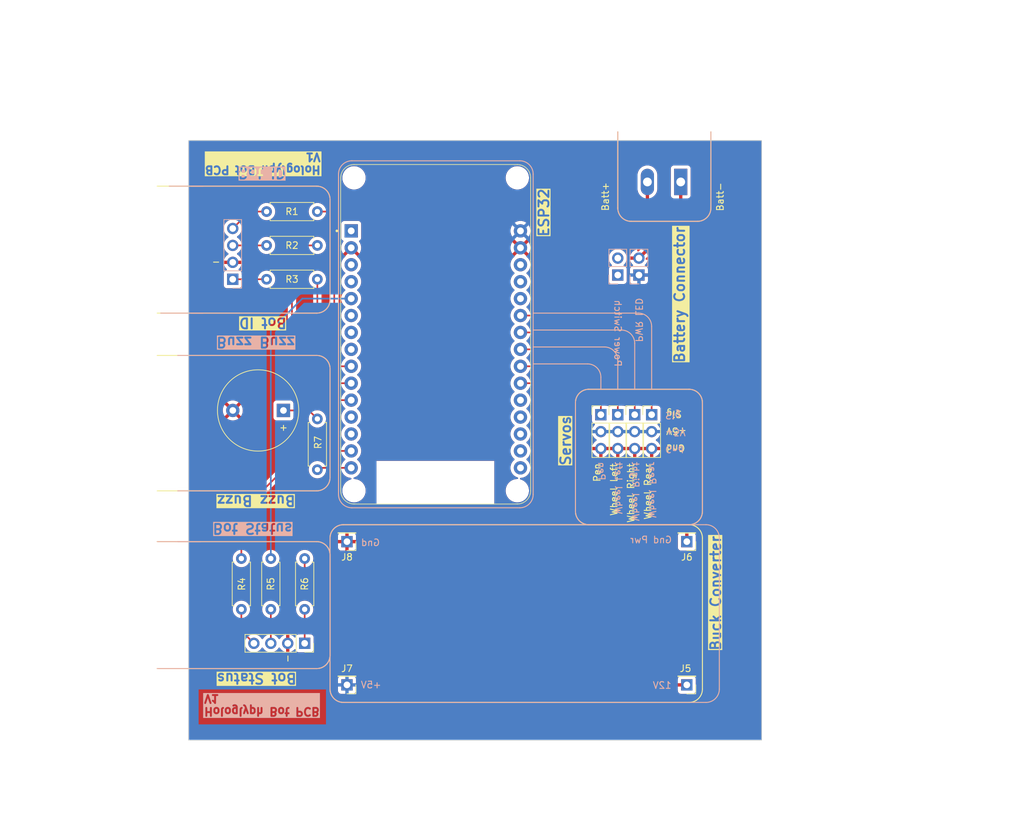
<source format=kicad_pcb>
(kicad_pcb (version 20221018) (generator pcbnew)
  (layers (0 "F.Cu" signal) (31 "B.Cu" signal) (34 "B.Paste" user) (35 "F.Paste" user) (36 "B.SilkS" user "B.Silkscreen") (37 "F.SilkS" user "F.Silkscreen") (38 "B.Mask" user) (39 "F.Mask" user) (44 "Edge.Cuts" user))
  (net 0 "")
  (net 1 "Net-(BZ1--)")
  (net 2 "GND")
  (net 3 "Net-(D1-BK)")
  (net 4 "Net-(D1-GK)")
  (net 5 "Net-(D1-RK)")
  (net 6 "Net-(D2-BK)")
  (net 7 "Net-(D2-GK)")
  (net 8 "Net-(D2-RK)")
  (net 9 "/PWM Wheel Left")
  (net 10 "+5V")
  (net 11 "/PWM Wheel Right")
  (net 12 "/PWM Wheel Rear")
  (net 13 "/PWM Pen")
  (net 14 "+12V")
  (net 15 "Net-(J9-Pin_2)")
  (net 16 "/D1 Red")
  (net 17 "/D1 Green")
  (net 18 "/D1 Blue")
  (net 19 "/D2 Red")
  (net 20 "/D2 Green")
  (net 21 "/D2 Blue")
  (net 22 "/Buzz+")
  (net 39 "GNDPWR")
  (footprint "Connector_PinHeader_2.54mm:PinHeader_1x01_P2.54mm_Vertical" (layer "F.Cu") (at 157.68 121.83 180)
    (fp_text reference "J5" (at 0.2 2.45) (layer "F.SilkS"))
    (fp_text value "IN+")
    (fp_line (start -1.33 -1.33) (end 0 -1.33) (stroke (width 0.12)) (layer "F.SilkS"))
    (fp_line (start -1.33 0) (end -1.33 -1.33) (stroke (width 0.12)) (layer "F.SilkS"))
    (fp_line (start -1.33 1.27) (end -1.33 1.33) (stroke (width 0.12)) (layer "F.SilkS"))
    (fp_line (start -1.33 1.27) (end 1.33 1.27) (stroke (width 0.12)) (layer "F.SilkS"))
    (fp_line (start -1.33 1.33) (end 1.33 1.33) (stroke (width 0.12)) (layer "F.SilkS"))
    (fp_line (start 1.33 1.27) (end 1.33 1.33) (stroke (width 0.12)) (layer "F.SilkS"))
    (pad "1" thru_hole rect (at 0 0 180) (size 1.7 1.7) (drill 1) (layers "*.Cu" "*.Mask") (net 14 "+12V"))
  )
  (footprint "Connector_PinHeader_2.54mm:PinHeader_1x03_P2.54mm_Vertical" (layer "F.Cu") (at 144.78 81.28)
    (fp_text reference "J4" hide)
    (fp_text value "Pen Up/Down")
    (fp_line (start -1.33 -1.33) (end 0 -1.33) (stroke (width 0.12)) (layer "F.SilkS"))
    (fp_line (start -1.33 0) (end -1.33 -1.33) (stroke (width 0.12)) (layer "F.SilkS"))
    (fp_line (start -1.33 1.27) (end -1.33 6.41) (stroke (width 0.12)) (layer "F.SilkS"))
    (fp_line (start -1.33 1.27) (end 1.33 1.27) (stroke (width 0.12)) (layer "F.SilkS"))
    (fp_line (start -1.33 6.41) (end 1.33 6.41) (stroke (width 0.12)) (layer "F.SilkS"))
    (fp_line (start 1.33 1.27) (end 1.33 6.41) (stroke (width 0.12)) (layer "F.SilkS"))
    (pad "1" thru_hole rect (at 0 0) (size 1.7 1.7) (drill 1) (layers "*.Cu" "*.Mask") (net 13 "/PWM Pen"))
    (pad "2" thru_hole oval (at 0 2.54) (size 1.7 1.7) (drill 1) (layers "*.Cu" "*.Mask") (net 10 "+5V"))
    (pad "3" thru_hole oval (at 0 5.08) (size 1.7 1.7) (drill 1) (layers "*.Cu" "*.Mask") (net 2 "GND"))
  )
  (footprint "Package_TO_SOT_SMD:TO-263-5_TabPin3" (layer "F.Cu") (at 133.35 110.371926)
    (fp_text reference "U2" hide)
    (fp_text value "XL4015" hide)
  )
  (footprint "Connector_PinHeader_2.54mm:PinHeader_1x01_P2.54mm_Vertical" (layer "F.Cu") (at 106.68 121.83 180)
    (fp_text reference "J7" (at 0 2.45) (layer "F.SilkS"))
    (fp_text value "OUT+")
    (fp_line (start -1.33 -1.33) (end 0 -1.33) (stroke (width 0.12)) (layer "F.SilkS"))
    (fp_line (start -1.33 0) (end -1.33 -1.33) (stroke (width 0.12)) (layer "F.SilkS"))
    (fp_line (start -1.33 1.27) (end -1.33 1.33) (stroke (width 0.12)) (layer "F.SilkS"))
    (fp_line (start -1.33 1.27) (end 1.33 1.27) (stroke (width 0.12)) (layer "F.SilkS"))
    (fp_line (start -1.33 1.33) (end 1.33 1.33) (stroke (width 0.12)) (layer "F.SilkS"))
    (fp_line (start 1.33 1.27) (end 1.33 1.33) (stroke (width 0.12)) (layer "F.SilkS"))
    (pad "1" thru_hole rect (at 0 0 180) (size 1.7 1.7) (drill 1) (layers "*.Cu" "*.Mask") (net 10 "+5V"))
  )
  (footprint "Resistor_THT:R_Axial_DIN0207_L6.3mm_D2.5mm_P7.62mm_Horizontal" (layer "F.Cu") (at 102.235 50.8 180)
    (fp_text reference "R1" (at 3.81 0) (layer "F.SilkS"))
    (fp_text value "220R")
    (fp_line (start 0.54 -1.37) (end 7.08 -1.37) (stroke (width 0.12)) (layer "F.SilkS"))
    (fp_line (start 0.54 -1.04) (end 0.54 -1.37) (stroke (width 0.12)) (layer "F.SilkS"))
    (fp_line (start 0.54 1.04) (end 0.54 1.37) (stroke (width 0.12)) (layer "F.SilkS"))
    (fp_line (start 0.54 1.37) (end 7.08 1.37) (stroke (width 0.12)) (layer "F.SilkS"))
    (fp_line (start 7.08 -1.37) (end 7.08 -1.04) (stroke (width 0.12)) (layer "F.SilkS"))
    (fp_line (start 7.08 1.37) (end 7.08 1.04) (stroke (width 0.12)) (layer "F.SilkS"))
    (pad "1" thru_hole circle (at 0 0 180) (size 1.6 1.6) (drill 0.8) (layers "*.Cu" "*.Mask") (net 16 "/D1 Red"))
    (pad "2" thru_hole oval (at 7.62 0 180) (size 1.6 1.6) (drill 0.8) (layers "*.Cu" "*.Mask") (net 5 "Net-(D1-RK)"))
  )
  (footprint "Connector_PinHeader_2.54mm:PinHeader_1x03_P2.54mm_Vertical" (layer "F.Cu") (at 149.86 81.28)
    (fp_text reference "J2" hide)
    (fp_text value "Wheel Right")
    (fp_line (start -1.33 -1.33) (end 0 -1.33) (stroke (width 0.12)) (layer "F.SilkS"))
    (fp_line (start -1.33 0) (end -1.33 -1.33) (stroke (width 0.12)) (layer "F.SilkS"))
    (fp_line (start -1.33 1.27) (end -1.33 6.41) (stroke (width 0.12)) (layer "F.SilkS"))
    (fp_line (start -1.33 1.27) (end 1.33 1.27) (stroke (width 0.12)) (layer "F.SilkS"))
    (fp_line (start -1.33 6.41) (end 1.33 6.41) (stroke (width 0.12)) (layer "F.SilkS"))
    (fp_line (start 1.33 1.27) (end 1.33 6.41) (stroke (width 0.12)) (layer "F.SilkS"))
    (pad "1" thru_hole rect (at 0 0) (size 1.7 1.7) (drill 1) (layers "*.Cu" "*.Mask") (net 11 "/PWM Wheel Right"))
    (pad "2" thru_hole oval (at 0 2.54) (size 1.7 1.7) (drill 1) (layers "*.Cu" "*.Mask") (net 10 "+5V"))
    (pad "3" thru_hole oval (at 0 5.08) (size 1.7 1.7) (drill 1) (layers "*.Cu" "*.Mask") (net 2 "GND"))
  )
  (footprint "Resistor_THT:R_Axial_DIN0207_L6.3mm_D2.5mm_P7.62mm_Horizontal" (layer "F.Cu") (at 102.235 55.88 180)
    (fp_text reference "R2" (at 3.81 0) (layer "F.SilkS"))
    (fp_text value "220R")
    (fp_line (start 0.54 -1.37) (end 7.08 -1.37) (stroke (width 0.12)) (layer "F.SilkS"))
    (fp_line (start 0.54 -1.04) (end 0.54 -1.37) (stroke (width 0.12)) (layer "F.SilkS"))
    (fp_line (start 0.54 1.04) (end 0.54 1.37) (stroke (width 0.12)) (layer "F.SilkS"))
    (fp_line (start 0.54 1.37) (end 7.08 1.37) (stroke (width 0.12)) (layer "F.SilkS"))
    (fp_line (start 7.08 -1.37) (end 7.08 -1.04) (stroke (width 0.12)) (layer "F.SilkS"))
    (fp_line (start 7.08 1.37) (end 7.08 1.04) (stroke (width 0.12)) (layer "F.SilkS"))
    (pad "1" thru_hole circle (at 0 0 180) (size 1.6 1.6) (drill 0.8) (layers "*.Cu" "*.Mask") (net 17 "/D1 Green"))
    (pad "2" thru_hole oval (at 7.62 0 180) (size 1.6 1.6) (drill 0.8) (layers "*.Cu" "*.Mask") (net 4 "Net-(D1-GK)"))
  )
  (footprint "Resistor_THT:R_Axial_DIN0207_L6.3mm_D2.5mm_P7.62mm_Horizontal" (layer "F.Cu") (at 100.33 102.87 -90)
    (fp_text reference "R6" (at 3.81 0 -270) (layer "F.SilkS"))
    (fp_text value "220R")
    (fp_line (start 0.54 -1.37) (end 7.08 -1.37) (stroke (width 0.12)) (layer "F.SilkS"))
    (fp_line (start 0.54 -1.04) (end 0.54 -1.37) (stroke (width 0.12)) (layer "F.SilkS"))
    (fp_line (start 0.54 1.04) (end 0.54 1.37) (stroke (width 0.12)) (layer "F.SilkS"))
    (fp_line (start 0.54 1.37) (end 7.08 1.37) (stroke (width 0.12)) (layer "F.SilkS"))
    (fp_line (start 7.08 -1.37) (end 7.08 -1.04) (stroke (width 0.12)) (layer "F.SilkS"))
    (fp_line (start 7.08 1.37) (end 7.08 1.04) (stroke (width 0.12)) (layer "F.SilkS"))
    (pad "1" thru_hole circle (at 0 0 270) (size 1.6 1.6) (drill 0.8) (layers "*.Cu" "*.Mask") (net 21 "/D2 Blue"))
    (pad "2" thru_hole oval (at 7.62 0 270) (size 1.6 1.6) (drill 0.8) (layers "*.Cu" "*.Mask") (net 6 "Net-(D2-BK)"))
  )
  (footprint "Buzzer_Beeper:Buzzer_12x9.5RM7.6" (layer "F.Cu") (at 97.145 80.645 180)
    (fp_text reference "BZ1" hide)
    (fp_text value "Buzzer")
    (fp_text user "+" (at -0.01 -2.54) (layer "F.SilkS"))
    (fp_circle (center 3.8 0) (end 9.9 0) (stroke (width 0.12)) (fill none) (layer "F.SilkS"))
    (pad "1" thru_hole rect (at 0 0 180) (size 2 2) (drill 1) (layers "*.Cu" "*.Mask") (net 1 "Net-(BZ1--)"))
    (pad "2" thru_hole circle (at 7.6 0 180) (size 2 2) (drill 1) (layers "*.Cu" "*.Mask") (net 2 "GND"))
  )
  (footprint "ESP32-DEVKIT-V1:MODULE_ESP32_DEVKIT_V1" (layer "F.Cu") (at 120.015 69.215)
    (fp_text reference "U1" hide)
    (fp_text value "ESP32-DEVKIT-V1")
    (fp_line (start -14.28 23.475) (end -14.28 -23.475) (stroke (width 0.1)) (layer "F.SilkS"))
    (fp_line (start -12.28 -25.475) (end 12.23 -25.475) (stroke (width 0.1)) (layer "F.SilkS"))
    (fp_line (start 12.23 25.475) (end -12.28 25.475) (stroke (width 0.1)) (layer "F.SilkS"))
    (fp_line (start 14.23 -23.475) (end 14.23 23.475) (stroke (width 0.1)) (layer "F.SilkS"))
    (fp_arc (start -14.28 -23.475) (mid -13.694214 -24.889214) (end -12.28 -25.475) (stroke (width 0.1)) (layer "F.SilkS"))
    (fp_arc (start -12.28 25.475) (mid -13.694214 24.889214) (end -14.28 23.475) (stroke (width 0.1)) (layer "F.SilkS"))
    (fp_arc (start 12.23 -25.475) (mid 13.644214 -24.889214) (end 14.23 -23.475) (stroke (width 0.1)) (layer "F.SilkS"))
    (fp_arc (start 14.23 23.475) (mid 13.644214 24.889214) (end 12.23 25.475) (stroke (width 0.1)) (layer "F.SilkS"))
    (fp_circle (center -14.85 -15.515) (end -14.75 -15.515) (stroke (width 0.2)) (fill none) (layer "F.SilkS"))
    (pad "" np_thru_hole circle (at -12.28 -23.475) (size 3 3) (drill 3) (layers "*.Cu" "*.Mask"))
    (pad "" np_thru_hole circle (at -12.28 23.475) (size 3 3) (drill 3) (layers "*.Cu" "*.Mask"))
    (pad "" np_thru_hole circle (at 12.23 -23.475) (size 3 3) (drill 3) (layers "*.Cu" "*.Mask"))
    (pad "" np_thru_hole circle (at 12.23 23.475) (size 3 3) (drill 3) (layers "*.Cu" "*.Mask"))
    (pad "1" thru_hole rect (at -12.7 -15.515) (size 2 2) (drill 1.02) (layers "*.Cu" "*.Mask"))
    (pad "2" thru_hole circle (at -12.7 -12.975) (size 2 2) (drill 1.02) (layers "*.Cu" "*.Mask") (net 2 "GND"))
    (pad "3" thru_hole circle (at -12.7 -10.435) (size 2 2) (drill 1.02) (layers "*.Cu" "*.Mask"))
    (pad "4" thru_hole circle (at -12.7 -7.895) (size 2 2) (drill 1.02) (layers "*.Cu" "*.Mask"))
    (pad "5" thru_hole circle (at -12.7 -5.355) (size 2 2) (drill 1.02) (layers "*.Cu" "*.Mask") (net 20 "/D2 Green"))
    (pad "6" thru_hole circle (at -12.7 -2.815) (size 2 2) (drill 1.02) (layers "*.Cu" "*.Mask"))
    (pad "7" thru_hole circle (at -12.7 -0.275) (size 2 2) (drill 1.02) (layers "*.Cu" "*.Mask"))
    (pad "8" thru_hole circle (at -12.7 2.265) (size 2 2) (drill 1.02) (layers "*.Cu" "*.Mask"))
    (pad "9" thru_hole circle (at -12.7 4.805) (size 2 2) (drill 1.02) (layers "*.Cu" "*.Mask") (net 16 "/D1 Red"))
    (pad "10" thru_hole circle (at -12.7 7.345) (size 2 2) (drill 1.02) (layers "*.Cu" "*.Mask") (net 18 "/D1 Blue"))
    (pad "11" thru_hole circle (at -12.7 9.885) (size 2 2) (drill 1.02) (layers "*.Cu" "*.Mask") (net 17 "/D1 Green"))
    (pad "12" thru_hole circle (at -12.7 12.425) (size 2 2) (drill 1.02) (layers "*.Cu" "*.Mask"))
    (pad "13" thru_hole circle (at -12.7 14.965) (size 2 2) (drill 1.02) (layers "*.Cu" "*.Mask"))
    (pad "14" thru_hole circle (at -12.7 17.505) (size 2 2) (drill 1.02) (layers "*.Cu" "*.Mask") (net 19 "/D2 Red"))
    (pad "15" thru_hole circle (at -12.7 20.045) (size 2 2) (drill 1.02) (layers "*.Cu" "*.Mask") (net 22 "/Buzz+"))
    (pad "16" thru_hole circle (at 12.7 20.045) (size 2 2) (drill 1.02) (layers "*.Cu" "*.Mask"))
    (pad "17" thru_hole circle (at 12.7 17.505) (size 2 2) (drill 1.02) (layers "*.Cu" "*.Mask"))
    (pad "18" thru_hole circle (at 12.7 14.965) (size 2 2) (drill 1.02) (layers "*.Cu" "*.Mask"))
    (pad "19" thru_hole circle (at 12.7 12.425) (size 2 2) (drill 1.02) (layers "*.Cu" "*.Mask"))
    (pad "20" thru_hole circle (at 12.7 9.885) (size 2 2) (drill 1.02) (layers "*.Cu" "*.Mask"))
    (pad "21" thru_hole circle (at 12.7 7.345) (size 2 2) (drill 1.02) (layers "*.Cu" "*.Mask") (net 21 "/D2 Blue"))
    (pad "22" thru_hole circle (at 12.7 4.805) (size 2 2) (drill 1.02) (layers "*.Cu" "*.Mask") (net 13 "/PWM Pen"))
    (pad "23" thru_hole circle (at 12.7 2.265) (size 2 2) (drill 1.02) (layers "*.Cu" "*.Mask") (net 9 "/PWM Wheel Left"))
    (pad "24" thru_hole circle (at 12.7 -0.275) (size 2 2) (drill 1.02) (layers "*.Cu" "*.Mask") (net 11 "/PWM Wheel Right"))
    (pad "25" thru_hole circle (at 12.7 -2.815) (size 2 2) (drill 1.02) (layers "*.Cu" "*.Mask") (net 12 "/PWM Wheel Rear"))
    (pad "26" thru_hole circle (at 12.7 -5.355) (size 2 2) (drill 1.02) (layers "*.Cu" "*.Mask"))
    (pad "27" thru_hole circle (at 12.7 -7.895) (size 2 2) (drill 1.02) (layers "*.Cu" "*.Mask"))
    (pad "28" thru_hole circle (at 12.7 -10.435) (size 2 2) (drill 1.02) (layers "*.Cu" "*.Mask"))
    (pad "29" thru_hole circle (at 12.7 -12.975) (size 2 2) (drill 1.02) (layers "*.Cu" "*.Mask") (net 2 "GND"))
    (pad "30" thru_hole circle (at 12.7 -15.515) (size 2 2) (drill 1.02) (layers "*.Cu" "*.Mask") (net 10 "+5V"))
    (zone (net 0) (net_name "") (layer "F.Cu") (connect_pads (clearance 0)) (min_thickness 0.01)
      (keepout (tracks not_allowed) (vias not_allowed) (pads not_allowed) (copperpour not_allowed) (footprints allowed))
      (fill (thermal_gap 0.508) (thermal_bridge_width 0.508))
      (polygon (pts (xy 111.105 88.2) (xy 128.795 88.2) (xy 128.795 94.69) (xy 111.105 94.69)))
    )
    (zone (net 0) (net_name "") (layer "B.Cu") (connect_pads (clearance 0)) (min_thickness 0.01)
      (keepout (tracks not_allowed) (vias not_allowed) (pads not_allowed) (copperpour not_allowed) (footprints allowed))
      (fill (thermal_gap 0.508) (thermal_bridge_width 0.508))
      (polygon (pts (xy 111.105 88.2) (xy 128.795 88.2) (xy 128.795 94.69) (xy 111.105 94.69)))
    )
  )
  (footprint "TerminalBlock:TerminalBlock_Altech_AK300-2_P5.00mm" (layer "F.Cu") (at 156.765 46.355 180)
    (fp_text reference "J9" hide)
    (fp_text value "Battery Connector")
    (pad "1" thru_hole rect (at 0 0 180) (size 1.98 3.96) (drill 1.32) (layers "*.Cu" "*.Mask") (net 39 "GNDPWR"))
    (pad "2" thru_hole oval (at 5 0 180) (size 1.98 3.96) (drill 1.32) (layers "*.Cu" "*.Mask") (net 15 "Net-(J9-Pin_2)"))
  )
  (footprint "Resistor_THT:R_Axial_DIN0207_L6.3mm_D2.5mm_P7.62mm_Horizontal" (layer "F.Cu") (at 95.25 102.87 -90)
    (fp_text reference "R5" (at 3.81 0 -270) (layer "F.SilkS"))
    (fp_text value "220R")
    (fp_line (start 0.54 -1.37) (end 7.08 -1.37) (stroke (width 0.12)) (layer "F.SilkS"))
    (fp_line (start 0.54 -1.04) (end 0.54 -1.37) (stroke (width 0.12)) (layer "F.SilkS"))
    (fp_line (start 0.54 1.04) (end 0.54 1.37) (stroke (width 0.12)) (layer "F.SilkS"))
    (fp_line (start 0.54 1.37) (end 7.08 1.37) (stroke (width 0.12)) (layer "F.SilkS"))
    (fp_line (start 7.08 -1.37) (end 7.08 -1.04) (stroke (width 0.12)) (layer "F.SilkS"))
    (fp_line (start 7.08 1.37) (end 7.08 1.04) (stroke (width 0.12)) (layer "F.SilkS"))
    (pad "1" thru_hole circle (at 0 0 270) (size 1.6 1.6) (drill 0.8) (layers "*.Cu" "*.Mask") (net 20 "/D2 Green"))
    (pad "2" thru_hole oval (at 7.62 0 270) (size 1.6 1.6) (drill 0.8) (layers "*.Cu" "*.Mask") (net 7 "Net-(D2-GK)"))
  )
  (footprint "Resistor_THT:R_Axial_DIN0207_L6.3mm_D2.5mm_P7.62mm_Horizontal" (layer "F.Cu") (at 90.83 102.87 -90)
    (fp_text reference "R4" (at 3.831173 -0.060702 -270) (layer "F.SilkS"))
    (fp_text value "220R")
    (fp_line (start 0.54 -1.37) (end 7.08 -1.37) (stroke (width 0.12)) (layer "F.SilkS"))
    (fp_line (start 0.54 -1.04) (end 0.54 -1.37) (stroke (width 0.12)) (layer "F.SilkS"))
    (fp_line (start 0.54 1.04) (end 0.54 1.37) (stroke (width 0.12)) (layer "F.SilkS"))
    (fp_line (start 0.54 1.37) (end 7.08 1.37) (stroke (width 0.12)) (layer "F.SilkS"))
    (fp_line (start 7.08 -1.37) (end 7.08 -1.04) (stroke (width 0.12)) (layer "F.SilkS"))
    (fp_line (start 7.08 1.37) (end 7.08 1.04) (stroke (width 0.12)) (layer "F.SilkS"))
    (pad "1" thru_hole circle (at 0 0 270) (size 1.6 1.6) (drill 0.8) (layers "*.Cu" "*.Mask") (net 19 "/D2 Red"))
    (pad "2" thru_hole oval (at 7.62 0 270) (size 1.6 1.6) (drill 0.8) (layers "*.Cu" "*.Mask") (net 8 "Net-(D2-RK)"))
  )
  (footprint "Connector_PinHeader_2.54mm:PinHeader_1x01_P2.54mm_Vertical" (layer "F.Cu") (at 106.68 100.33 180)
    (fp_text reference "J8" (at 0 -2.33) (layer "F.SilkS"))
    (fp_text value "OUT-")
    (fp_line (start -1.33 -1.33) (end 0 -1.33) (stroke (width 0.12)) (layer "F.SilkS"))
    (fp_line (start -1.33 0) (end -1.33 -1.33) (stroke (width 0.12)) (layer "F.SilkS"))
    (fp_line (start -1.33 1.27) (end -1.33 1.33) (stroke (width 0.12)) (layer "F.SilkS"))
    (fp_line (start -1.33 1.27) (end 1.33 1.27) (stroke (width 0.12)) (layer "F.SilkS"))
    (fp_line (start -1.33 1.33) (end 1.33 1.33) (stroke (width 0.12)) (layer "F.SilkS"))
    (fp_line (start 1.33 1.27) (end 1.33 1.33) (stroke (width 0.12)) (layer "F.SilkS"))
    (pad "1" thru_hole rect (at 0 0 180) (size 1.7 1.7) (drill 1) (layers "*.Cu" "*.Mask") (net 2 "GND"))
  )
  (footprint "Connector_PinHeader_2.54mm:PinHeader_1x01_P2.54mm_Vertical" (layer "F.Cu") (at 157.68 100.33 180)
    (fp_text reference "J6" (at 0 -2.33) (layer "F.SilkS"))
    (fp_text value "IN-")
    (fp_line (start -1.33 -1.33) (end 0 -1.33) (stroke (width 0.12)) (layer "F.SilkS"))
    (fp_line (start -1.33 0) (end -1.33 -1.33) (stroke (width 0.12)) (layer "F.SilkS"))
    (fp_line (start -1.33 1.27) (end -1.33 1.33) (stroke (width 0.12)) (layer "F.SilkS"))
    (fp_line (start -1.33 1.27) (end 1.33 1.27) (stroke (width 0.12)) (layer "F.SilkS"))
    (fp_line (start -1.33 1.33) (end 1.33 1.33) (stroke (width 0.12)) (layer "F.SilkS"))
    (fp_line (start 1.33 1.27) (end 1.33 1.33) (stroke (width 0.12)) (layer "F.SilkS"))
    (pad "1" thru_hole rect (at 0 0 180) (size 1.7 1.7) (drill 1) (layers "*.Cu" "*.Mask") (net 39 "GNDPWR"))
  )
  (footprint "Connector_PinHeader_2.54mm:PinHeader_1x03_P2.54mm_Vertical" (layer "F.Cu") (at 147.32 81.28)
    (fp_text reference "J1" hide)
    (fp_text value "Wheel Left")
    (fp_line (start -1.33 -1.33) (end 0 -1.33) (stroke (width 0.12)) (layer "F.SilkS"))
    (fp_line (start -1.33 0) (end -1.33 -1.33) (stroke (width 0.12)) (layer "F.SilkS"))
    (fp_line (start -1.33 1.27) (end -1.33 6.41) (stroke (width 0.12)) (layer "F.SilkS"))
    (fp_line (start -1.33 1.27) (end 1.33 1.27) (stroke (width 0.12)) (layer "F.SilkS"))
    (fp_line (start -1.33 6.41) (end 1.33 6.41) (stroke (width 0.12)) (layer "F.SilkS"))
    (fp_line (start 1.33 1.27) (end 1.33 6.41) (stroke (width 0.12)) (layer "F.SilkS"))
    (pad "1" thru_hole rect (at 0 0) (size 1.7 1.7) (drill 1) (layers "*.Cu" "*.Mask") (net 9 "/PWM Wheel Left"))
    (pad "2" thru_hole oval (at 0 2.54) (size 1.7 1.7) (drill 1) (layers "*.Cu" "*.Mask") (net 10 "+5V"))
    (pad "3" thru_hole oval (at 0 5.08) (size 1.7 1.7) (drill 1) (layers "*.Cu" "*.Mask") (net 2 "GND"))
  )
  (footprint "Connector_PinHeader_2.54mm:PinHeader_1x03_P2.54mm_Vertical" (layer "F.Cu") (at 152.4 81.28)
    (fp_text reference "J3" hide)
    (fp_text value "Wheel Rear")
    (fp_line (start -1.33 -1.33) (end 0 -1.33) (stroke (width 0.12)) (layer "F.SilkS"))
    (fp_line (start -1.33 0) (end -1.33 -1.33) (stroke (width 0.12)) (layer "F.SilkS"))
    (fp_line (start -1.33 1.27) (end -1.33 6.41) (stroke (width 0.12)) (layer "F.SilkS"))
    (fp_line (start -1.33 1.27) (end 1.33 1.27) (stroke (width 0.12)) (layer "F.SilkS"))
    (fp_line (start -1.33 6.41) (end 1.33 6.41) (stroke (width 0.12)) (layer "F.SilkS"))
    (fp_line (start 1.33 1.27) (end 1.33 6.41) (stroke (width 0.12)) (layer "F.SilkS"))
    (pad "1" thru_hole rect (at 0 0) (size 1.7 1.7) (drill 1) (layers "*.Cu" "*.Mask") (net 12 "/PWM Wheel Rear"))
    (pad "2" thru_hole oval (at 0 2.54) (size 1.7 1.7) (drill 1) (layers "*.Cu" "*.Mask") (net 10 "+5V"))
    (pad "3" thru_hole oval (at 0 5.08) (size 1.7 1.7) (drill 1) (layers "*.Cu" "*.Mask") (net 2 "GND"))
  )
  (footprint "Resistor_THT:R_Axial_DIN0207_L6.3mm_D2.5mm_P7.62mm_Horizontal" (layer "F.Cu") (at 102.235 60.96 180)
    (fp_text reference "R3" (at 3.81 0) (layer "F.SilkS"))
    (fp_text value "220R")
    (fp_line (start 0.54 -1.37) (end 7.08 -1.37) (stroke (width 0.12)) (layer "F.SilkS"))
    (fp_line (start 0.54 -1.04) (end 0.54 -1.37) (stroke (width 0.12)) (layer "F.SilkS"))
    (fp_line (start 0.54 1.04) (end 0.54 1.37) (stroke (width 0.12)) (layer "F.SilkS"))
    (fp_line (start 0.54 1.37) (end 7.08 1.37) (stroke (width 0.12)) (layer "F.SilkS"))
    (fp_line (start 7.08 -1.37) (end 7.08 -1.04) (stroke (width 0.12)) (layer "F.SilkS"))
    (fp_line (start 7.08 1.37) (end 7.08 1.04) (stroke (width 0.12)) (layer "F.SilkS"))
    (pad "1" thru_hole circle (at 0 0 180) (size 1.6 1.6) (drill 0.8) (layers "*.Cu" "*.Mask") (net 18 "/D1 Blue"))
    (pad "2" thru_hole oval (at 7.62 0 180) (size 1.6 1.6) (drill 0.8) (layers "*.Cu" "*.Mask") (net 3 "Net-(D1-BK)"))
  )
  (footprint "Resistor_THT:R_Axial_DIN0207_L6.3mm_D2.5mm_P7.62mm_Horizontal" (layer "F.Cu") (at 102.235 89.535 90)
    (fp_text reference "R7" (at 4.082003 0.106875 90) (layer "F.SilkS"))
    (fp_text value "220R")
    (fp_line (start 0.54 -1.37) (end 7.08 -1.37) (stroke (width 0.12)) (layer "F.SilkS"))
    (fp_line (start 0.54 -1.04) (end 0.54 -1.37) (stroke (width 0.12)) (layer "F.SilkS"))
    (fp_line (start 0.54 1.04) (end 0.54 1.37) (stroke (width 0.12)) (layer "F.SilkS"))
    (fp_line (start 0.54 1.37) (end 7.08 1.37) (stroke (width 0.12)) (layer "F.SilkS"))
    (fp_line (start 7.08 -1.37) (end 7.08 -1.04) (stroke (width 0.12)) (layer "F.SilkS"))
    (fp_line (start 7.08 1.37) (end 7.08 1.04) (stroke (width 0.12)) (layer "F.SilkS"))
    (pad "1" thru_hole circle (at 0 0 90) (size 1.6 1.6) (drill 0.8) (layers "*.Cu" "*.Mask") (net 22 "/Buzz+"))
    (pad "2" thru_hole oval (at 7.62 0 90) (size 1.6 1.6) (drill 0.8) (layers "*.Cu" "*.Mask") (net 1 "Net-(BZ1--)"))
  )
  (footprint "Connector_PinSocket_2.54mm:PinSocket_1x04_P2.54mm_Vertical" (layer "F.Cu") (at 100.33 115.595 -90)
    (fp_text reference "D2" hide)
    (fp_text value "Bot Status")
    (fp_line (start -1.33 1.27) (end -1.33 8.95) (stroke (width 0.12)) (layer "F.SilkS"))
    (fp_line (start -1.33 1.27) (end 1.33 1.27) (stroke (width 0.12)) (layer "F.SilkS"))
    (fp_line (start -1.33 8.95) (end 1.33 8.95) (stroke (width 0.12)) (layer "F.SilkS"))
    (fp_line (start 0 -1.33) (end 1.33 -1.33) (stroke (width 0.12)) (layer "F.SilkS"))
    (fp_line (start 1.33 -1.33) (end 1.33 0) (stroke (width 0.12)) (layer "F.SilkS"))
    (fp_line (start 1.33 1.27) (end 1.33 8.95) (stroke (width 0.12)) (layer "F.SilkS"))
    (pad "1" thru_hole rect (at 0 0 270) (size 1.7 1.7) (drill 1) (layers "*.Cu" "*.Mask") (net 6 "Net-(D2-BK)"))
    (pad "2" thru_hole oval (at 0 2.54 270) (size 1.7 1.7) (drill 1) (layers "*.Cu" "*.Mask") (net 2 "GND"))
    (pad "3" thru_hole oval (at 0 5.08 270) (size 1.7 1.7) (drill 1) (layers "*.Cu" "*.Mask") (net 7 "Net-(D2-GK)"))
    (pad "4" thru_hole oval (at 0 7.62 270) (size 1.7 1.7) (drill 1) (layers "*.Cu" "*.Mask") (net 8 "Net-(D2-RK)"))
  )
  (footprint "Connector_PinSocket_2.54mm:PinSocket_1x04_P2.54mm_Vertical" (layer "B.Cu") (at 89.535 60.96)
    (fp_text reference "D1" hide)
    (fp_text value "Bot ID")
    (fp_line (start -1.33 -8.95) (end 1.33 -8.95) (stroke (width 0.12)) (layer "B.SilkS"))
    (fp_line (start -1.33 -1.27) (end -1.33 -8.95) (stroke (width 0.12)) (layer "B.SilkS"))
    (fp_line (start -1.33 -1.27) (end 1.33 -1.27) (stroke (width 0.12)) (layer "B.SilkS"))
    (fp_line (start 0 1.33) (end 1.33 1.33) (stroke (width 0.12)) (layer "B.SilkS"))
    (fp_line (start 1.33 -1.27) (end 1.33 -8.95) (stroke (width 0.12)) (layer "B.SilkS"))
    (fp_line (start 1.33 1.33) (end 1.33 0) (stroke (width 0.12)) (layer "B.SilkS"))
    (pad "1" thru_hole rect (at 0 0) (size 1.7 1.7) (drill 1) (layers "*.Cu" "*.Mask") (net 3 "Net-(D1-BK)"))
    (pad "2" thru_hole oval (at 0 -2.54) (size 1.7 1.7) (drill 1) (layers "*.Cu" "*.Mask") (net 2 "GND"))
    (pad "3" thru_hole oval (at 0 -5.08) (size 1.7 1.7) (drill 1) (layers "*.Cu" "*.Mask") (net 4 "Net-(D1-GK)"))
    (pad "4" thru_hole oval (at 0 -7.62) (size 1.7 1.7) (drill 1) (layers "*.Cu" "*.Mask") (net 5 "Net-(D1-RK)"))
  )
  (footprint "Connector_PinHeader_2.54mm:PinHeader_1x02_P2.54mm_Vertical" (layer "B.Cu") (at 150.495 60.325)
    (fp_text reference "J10" hide)
    (fp_text value "PWR LED")
    (fp_line (start -1.33 -3.87) (end 1.33 -3.87) (stroke (width 0.12)) (layer "B.SilkS"))
    (fp_line (start -1.33 -1.27) (end -1.33 -3.87) (stroke (width 0.12)) (layer "B.SilkS"))
    (fp_line (start -1.33 -1.27) (end 1.33 -1.27) (stroke (width 0.12)) (layer "B.SilkS"))
    (fp_line (start -1.33 0) (end -1.33 1.33) (stroke (width 0.12)) (layer "B.SilkS"))
    (fp_line (start -1.33 1.33) (end 0 1.33) (stroke (width 0.12)) (layer "B.SilkS"))
    (fp_line (start 1.33 -1.27) (end 1.33 -3.87) (stroke (width 0.12)) (layer "B.SilkS"))
    (pad "1" thru_hole rect (at 0 0) (size 1.7 1.7) (drill 1) (layers "*.Cu" "*.Mask") (net 10 "+5V"))
    (pad "2" thru_hole oval (at 0 -2.54) (size 1.7 1.7) (drill 1) (layers "*.Cu" "*.Mask") (net 2 "GND"))
  )
  (footprint "Connector_PinHeader_2.54mm:PinHeader_1x02_P2.54mm_Vertical" (layer "B.Cu") (at 147.32 60.325)
    (fp_text reference "SW1" hide)
    (fp_text value "Power Switch")
    (fp_line (start -1.33 -3.87) (end 1.33 -3.87) (stroke (width 0.12)) (layer "B.SilkS"))
    (fp_line (start -1.33 -1.27) (end -1.33 -3.87) (stroke (width 0.12)) (layer "B.SilkS"))
    (fp_line (start -1.33 -1.27) (end 1.33 -1.27) (stroke (width 0.12)) (layer "B.SilkS"))
    (fp_line (start -1.33 0) (end -1.33 1.33) (stroke (width 0.12)) (layer "B.SilkS"))
    (fp_line (start -1.33 1.33) (end 0 1.33) (stroke (width 0.12)) (layer "B.SilkS"))
    (fp_line (start 1.33 -1.27) (end 1.33 -3.87) (stroke (width 0.12)) (layer "B.SilkS"))
    (pad "1" thru_hole rect (at 0 0) (size 1.7 1.7) (drill 1) (layers "*.Cu" "*.Mask") (net 14 "+12V"))
    (pad "2" thru_hole oval (at 0 -2.54) (size 1.7 1.7) (drill 1) (layers "*.Cu" "*.Mask") (net 15 "Net-(J9-Pin_2)"))
  )
  (gr_arc (start 107.41 95.25) (mid 105.995786 94.664214) (end 105.41 93.25) (stroke (width 0.15)) (layer "B.SilkS"))
  (gr_line (start 134.62 73.66) (end 142.78 73.66) (stroke (width 0.15)) (layer "B.SilkS"))
  (gr_arc (start 104.14 90.71) (mid 103.554214 92.124214) (end 102.14 92.71) (stroke (width 0.15)) (layer "B.SilkS"))
  (gr_line (start 134.62 45.18) (end 134.62 93.25) (stroke (width 0.15)) (layer "B.SilkS"))
  (gr_arc (start 102.14 72.39) (mid 103.554214 72.975786) (end 104.14 74.39) (stroke (width 0.15)) (layer "B.SilkS"))
  (gr_line (start 78.2 100.33) (end 102.14 100.33) (stroke (width 0.15)) (layer "B.SilkS"))
  (gr_line (start 142.97 77.47) (end 158.02 77.47) (stroke (width 0.15)) (layer "B.SilkS"))
  (gr_line (start 147.32 73.12) (end 147.32 77.47) (stroke (width 0.15)) (layer "B.SilkS"))
  (gr_line (start 84.55 72.39) (end 102.14 72.39) (stroke (width 0.15)) (layer "B.SilkS"))
  (gr_line (start 84.55 72.39) (end 81.28 72.39) (stroke (width 0.15)) (layer "B.SilkS"))
  (gr_arc (start 104.14 99.79) (mid 104.725786 98.375786) (end 106.14 97.79) (stroke (width 0.15)) (layer "B.SilkS"))
  (gr_line (start 83.28 46.99) (end 102.14 46.99) (stroke (width 0.15)) (layer "B.SilkS"))
  (gr_arc (start 142.97 97.79) (mid 141.555786 97.204214) (end 140.97 95.79) (stroke (width 0.15)) (layer "B.SilkS"))
  (gr_line (start 102.14 92.71) (end 84.55 92.71) (stroke (width 0.15)) (layer "B.SilkS"))
  (gr_arc (start 104.14 117.38) (mid 103.554214 118.794214) (end 102.14 119.38) (stroke (width 0.15)) (layer "B.SilkS"))
  (gr_line (start 85.09 46.99) (end 80.01 46.99) (stroke (width 0.15)) (layer "B.SilkS"))
  (gr_line (start 84.703883 100.33) (end 81.28 100.33) (stroke (width 0.15)) (layer "B.SilkS"))
  (gr_arc (start 162.56 122.46) (mid 161.974214 123.874214) (end 160.56 124.46) (stroke (width 0.15)) (layer "B.SilkS"))
  (gr_line (start 144.78 75.66) (end 144.78 77.47) (stroke (width 0.15)) (layer "B.SilkS"))
  (gr_arc (start 145.32 71.12) (mid 146.734214 71.705786) (end 147.32 73.12) (stroke (width 0.15)) (layer "B.SilkS"))
  (gr_arc (start 160.56 97.79) (mid 161.974214 98.375786) (end 162.56 99.79) (stroke (width 0.15)) (layer "B.SilkS"))
  (gr_arc (start 142.78 73.66) (mid 144.194214 74.245786) (end 144.78 75.66) (stroke (width 0.15)) (layer "B.SilkS"))
  (gr_line (start 107.41 43.18) (end 132.62 43.18) (stroke (width 0.15)) (layer "B.SilkS"))
  (gr_line (start 158.02 97.79) (end 142.97 97.79) (stroke (width 0.15)) (layer "B.SilkS"))
  (gr_line (start 161.29 38.83) (end 161.29 50.265514) (stroke (width 0.15)) (layer "B.SilkS"))
  (gr_line (start 104.14 74.39) (end 104.14 90.71) (stroke (width 0.15)) (layer "B.SilkS"))
  (gr_line (start 134.62 66.04) (end 150.4 66.04) (stroke (width 0.15)) (layer "B.SilkS"))
  (gr_line (start 104.14 102.33) (end 104.14 117.38) (stroke (width 0.15)) (layer "B.SilkS"))
  (gr_arc (start 158.02 77.47) (mid 159.434214 78.055786) (end 160.02 79.47) (stroke (width 0.15)) (layer "B.SilkS"))
  (gr_line (start 152.4 68.04) (end 152.4 77.47) (stroke (width 0.15)) (layer "B.SilkS"))
  (gr_line (start 160.02 79.47) (end 160.02 95.79) (stroke (width 0.15)) (layer "B.SilkS"))
  (gr_line (start 160.56 124.46) (end 106.14 124.46) (stroke (width 0.15)) (layer "B.SilkS"))
  (gr_line (start 162.56 99.79) (end 162.56 122.46) (stroke (width 0.15)) (layer "B.SilkS"))
  (gr_arc (start 132.62 43.18) (mid 134.034214 43.765786) (end 134.62 45.18) (stroke (width 0.15)) (layer "B.SilkS"))
  (gr_line (start 147.32 50.265514) (end 147.32 38.83) (stroke (width 0.15)) (layer "B.SilkS"))
  (gr_arc (start 150.4 66.04) (mid 151.814214 66.625786) (end 152.4 68.04) (stroke (width 0.15)) (layer "B.SilkS"))
  (gr_line (start 134.62 71.12) (end 145.32 71.12) (stroke (width 0.15)) (layer "B.SilkS"))
  (gr_arc (start 134.62 93.25) (mid 134.034214 94.664214) (end 132.62 95.25) (stroke (width 0.15)) (layer "B.SilkS"))
  (gr_line (start 84.55 92.71) (end 81.28 92.71) (stroke (width 0.15)) (layer "B.SilkS"))
  (gr_line (start 104.14 122.46) (end 104.14 99.79) (stroke (width 0.15)) (layer "B.SilkS"))
  (gr_arc (start 140.97 79.47) (mid 141.555786 78.055786) (end 142.97 77.47) (stroke (width 0.15)) (layer "B.SilkS"))
  (gr_line (start 105.41 93.25) (end 105.41 45.18) (stroke (width 0.15)) (layer "B.SilkS"))
  (gr_line (start 132.62 95.25) (end 107.41 95.25) (stroke (width 0.15)) (layer "B.SilkS"))
  (gr_line (start 102.14 119.38) (end 78.2 119.38) (stroke (width 0.15)) (layer "B.SilkS"))
  (gr_arc (start 104.14 64.04) (mid 103.554214 65.454214) (end 102.14 66.04) (stroke (width 0.15)) (layer "B.SilkS"))
  (gr_line (start 106.14 97.79) (end 160.56 97.79) (stroke (width 0.15)) (layer "B.SilkS"))
  (gr_line (start 104.14 48.99) (end 104.14 64.04) (stroke (width 0.15)) (layer "B.SilkS"))
  (gr_line (start 159.29 52.265514) (end 149.32 52.265514) (stroke (width 0.15)) (layer "B.SilkS"))
  (gr_line (start 134.62 68.58) (end 147.86 68.58) (stroke (width 0.15)) (layer "B.SilkS"))
  (gr_arc (start 149.32 52.265514) (mid 147.905781 51.679728) (end 147.32 50.265514) (stroke (width 0.15)) (layer "B.SilkS"))
  (gr_arc (start 105.41 45.18) (mid 105.995786 43.765786) (end 107.41 43.18) (stroke (width 0.15)) (layer "B.SilkS"))
  (gr_arc (start 106.14 124.46) (mid 104.725786 123.874214) (end 104.14 122.46) (stroke (width 0.15)) (layer "B.SilkS"))
  (gr_arc (start 102.14 100.33) (mid 103.554214 100.915786) (end 104.14 102.33) (stroke (width 0.15)) (layer "B.SilkS"))
  (gr_arc (start 147.86 68.58) (mid 149.274214 69.165786) (end 149.86 70.58) (stroke (width 0.15)) (layer "B.SilkS"))
  (gr_line (start 140.97 95.79) (end 140.97 79.47) (stroke (width 0.15)) (layer "B.SilkS"))
  (gr_arc (start 102.14 46.99) (mid 103.554214 47.575786) (end 104.14 48.99) (stroke (width 0.15)) (layer "B.SilkS"))
  (gr_line (start 85.09 66.04) (end 78.74 66.04) (stroke (width 0.15)) (layer "B.SilkS"))
  (gr_arc (start 161.29 50.265514) (mid 160.704209 51.679719) (end 159.29 52.265514) (stroke (width 0.15)) (layer "B.SilkS"))
  (gr_arc (start 160.02 95.79) (mid 159.434214 97.204214) (end 158.02 97.79) (stroke (width 0.15)) (layer "B.SilkS"))
  (gr_line (start 102.14 66.04) (end 83.28 66.04) (stroke (width 0.15)) (layer "B.SilkS"))
  (gr_line (start 149.86 70.58) (end 149.86 77.47) (stroke (width 0.15)) (layer "B.SilkS"))
  (gr_line (start 102.14 92.71) (end 78.2 92.71) (stroke (width 0.15)) (layer "F.SilkS"))
  (gr_line (start 78.2 72.39) (end 102.14 72.39) (stroke (width 0.15)) (layer "F.SilkS"))
  (gr_line (start 161.29 38.83) (end 161.29 50.265514) (stroke (width 0.15)) (layer "F.SilkS"))
  (gr_line (start 147.32 50.265514) (end 147.32 38.83) (stroke (width 0.15)) (layer "F.SilkS"))
  (gr_line (start 158.02 97.79) (end 142.97 97.79) (stroke (width 0.15)) (layer "F.SilkS"))
  (gr_arc (start 149.32 52.265514) (mid 147.905786 51.679728) (end 147.32 50.265514) (stroke (width 0.15)) (layer "F.SilkS"))
  (gr_arc (start 142.97 97.79) (mid 141.555786 97.204214) (end 140.97 95.79) (stroke (width 0.15)) (layer "F.SilkS"))
  (gr_arc (start 104.14 64.04) (mid 103.554214 65.454214) (end 102.14 66.04) (stroke (width 0.15)) (layer "F.SilkS"))
  (gr_arc (start 160.02 95.79) (mid 159.434214 97.204214) (end 158.02 97.79) (stroke (width 0.15)) (layer "F.SilkS"))
  (gr_arc (start 140.97 79.47) (mid 141.555786 78.055786) (end 142.97 77.47) (stroke (width 0.15)) (layer "F.SilkS"))
  (gr_line (start 142.97 77.47) (end 158.02 77.47) (stroke (width 0.15)) (layer "F.SilkS"))
  (gr_arc (start 102.14 72.39) (mid 103.554214 72.975786) (end 104.14 74.39) (stroke (width 0.15)) (layer "F.SilkS"))
  (gr_line (start 106.14 97.79) (end 158.02 97.79) (stroke (width 0.15)) (layer "F.SilkS"))
  (gr_arc (start 158.02 77.47) (mid 159.434214 78.055786) (end 160.02 79.47) (stroke (width 0.15)) (layer "F.SilkS"))
  (gr_arc (start 104.14 117.38) (mid 103.554214 118.794214) (end 102.14 119.38) (stroke (width 0.15)) (layer "F.SilkS"))
  (gr_line (start 78.2 46.99) (end 102.14 46.99) (stroke (width 0.15)) (layer "F.SilkS"))
  (gr_line (start 104.14 48.99) (end 104.14 64.04) (stroke (width 0.15)) (layer "F.SilkS"))
  (gr_line (start 160.02 79.47) (end 160.02 95.79) (stroke (width 0.15)) (layer "F.SilkS"))
  (gr_line (start 140.97 95.79) (end 140.97 79.47) (stroke (width 0.15)) (layer "F.SilkS"))
  (gr_line (start 159.29 52.265514) (end 149.32 52.265514) (stroke (width 0.15)) (layer "F.SilkS"))
  (gr_line (start 102.14 66.04) (end 78.2 66.04) (stroke (width 0.15)) (layer "F.SilkS"))
  (gr_arc (start 104.14 90.71) (mid 103.554214 92.124214) (end 102.14 92.71) (stroke (width 0.15)) (layer "F.SilkS"))
  (gr_arc (start 160.02 122.46) (mid 159.434214 123.874214) (end 158.02 124.46) (stroke (width 0.15)) (layer "F.SilkS"))
  (gr_arc (start 102.14 46.99) (mid 103.554214 47.575786) (end 104.14 48.99) (stroke (width 0.15)) (layer "F.SilkS"))
  (gr_arc (start 106.14 124.46) (mid 104.725786 123.874214) (end 104.14 122.46) (stroke (width 0.15)) (layer "F.SilkS"))
  (gr_arc (start 104.14 99.79) (mid 104.725786 98.375786) (end 106.14 97.79) (stroke (width 0.15)) (layer "F.SilkS"))
  (gr_line (start 78.2 100.33) (end 102.14 100.33) (stroke (width 0.15)) (layer "F.SilkS"))
  (gr_line (start 104.14 122.46) (end 104.14 99.79) (stroke (width 0.15)) (layer "F.SilkS"))
  (gr_line (start 160.02 99.79) (end 160.02 122.46) (stroke (width 0.15)) (layer "F.SilkS"))
  (gr_line (start 104.14 74.39) (end 104.14 90.71) (stroke (width 0.15)) (layer "F.SilkS"))
  (gr_arc (start 102.14 100.33) (mid 103.554214 100.915786) (end 104.14 102.33) (stroke (width 0.15)) (layer "F.SilkS"))
  (gr_line (start 102.14 119.38) (end 78.2 119.38) (stroke (width 0.15)) (layer "F.SilkS"))
  (gr_arc (start 161.29 50.265514) (mid 160.704214 51.679728) (end 159.29 52.265514) (stroke (width 0.15)) (layer "F.SilkS"))
  (gr_line (start 104.14 102.33) (end 104.14 117.38) (stroke (width 0.15)) (layer "F.SilkS"))
  (gr_line (start 158.02 124.46) (end 106.14 124.46) (stroke (width 0.15)) (layer "F.SilkS"))
  (gr_arc (start 158.02 97.79) (mid 159.434214 98.375786) (end 160.02 99.79) (stroke (width 0.15)) (layer "F.SilkS"))
  (gr_rect (start 82.91 40.13) (end 168.91 130.13) (stroke (width 0.1)) (fill none) (layer "Edge.Cuts"))
  (gr_text "Hologlyph Bot PCB\nV1" (at 85.09 123.19 180) (layer "B.Cu" knockout) (effects (font (size 1.2 1.2) (thickness 0.3) bold) (justify left bottom mirror)))
  (gr_text "Wheel Right" (at 149.371927 88.267318 270) (layer "B.SilkS") (effects (font (size 1 1)) (justify right bottom mirror)))
  (gr_text "Bot ID" (at 90.17 44.142761 180) (layer "B.SilkS" knockout) (effects (font (size 1.5 1.5) (thickness 0.3) bold) (justify left bottom mirror)))
  (gr_text "Wheel Left" (at 146.831927 88.267318 270) (layer "B.SilkS") (effects (font (size 1 1)) (justify right bottom mirror)))
  (gr_text "PWR LED" (at 149.893273 70.485569 -90) (layer "B.SilkS") (effects (font (size 1 1)) (justify left bottom mirror)))
  (gr_text "Sig" (at 154.340521 80.790361 180) (layer "B.SilkS") (effects (font (size 1 1)) (justify left bottom mirror)))
  (gr_text "+5V" (at 154.340521 83.330361 180) (layer "B.SilkS") (effects (font (size 1 1)) (justify left bottom mirror)))
  (gr_text "12V" (at 155.449716 122.476231) (layer "B.SilkS") (effects (font (size 1 1)) (justify left bottom mirror)))
  (gr_text "+5V" (at 111.918662 122.406246) (layer "B.SilkS") (effects (font (size 1 1)) (justify left bottom mirror)))
  (gr_text "Bot Status" (at 86.36 97.482761 180) (layer "B.SilkS" knockout) (effects (font (size 1.5 1.5) (thickness 0.3) bold) (justify left bottom mirror)))
  (gr_text "Gnd Pwr" (at 155.519702 100.640719) (layer "B.SilkS") (effects (font (size 1 1)) (justify left bottom mirror)))
  (gr_text "Pen" (at 144.291927 88.267318 -90) (layer "B.SilkS") (effects (font (size 1 1)) (justify right bottom mirror)))
  (gr_text "Gnd" (at 154.340521 85.870361 180) (layer "B.SilkS") (effects (font (size 1 1)) (justify left bottom mirror)))
  (gr_text "Hologlyph Bot PCB\nV1" (at 85.09 123.19 180) (layer "B.SilkS" knockout) (effects (font (size 1.2 1.2) (thickness 0.3) bold) (justify left bottom mirror)))
  (gr_text "Power Switch" (at 146.739475 74.163924 -90) (layer "B.SilkS") (effects (font (size 1 1)) (justify left bottom mirror)))
  (gr_text "Gnd" (at 111.708705 101.060632) (layer "B.SilkS") (effects (font (size 1 1)) (justify left bottom mirror)))
  (gr_text "Wheel Rear" (at 151.911927 88.267318 270) (layer "B.SilkS") (effects (font (size 1 1)) (justify right bottom mirror)))
  (gr_text "Buzz Buzz" (at 86.925797 69.51483 -180) (layer "B.SilkS" knockout) (effects (font (size 1.5 1.5) (thickness 0.3) bold) (justify left bottom mirror)))
  (gr_text "ESP32" (at 137.110214 54.732882 90) (layer "F.SilkS" knockout) (effects (font (size 1.5 1.5) (thickness 0.3) bold) (justify left bottom)))
  (gr_text "Gnd" (at 154.497632 85.681828 180) (layer "F.SilkS") (effects (font (size 1 1)) (justify right bottom)))
  (gr_text "Bot ID" (at 97.79 66.630351 180) (layer "F.SilkS" knockout) (effects (font (size 1.5 1.5) (thickness 0.3) bold) (justify left bottom)))
  (gr_text "Hologlyph Bot PCB\nV1" (at 102.87 41.91 180) (layer "F.SilkS" knockout) (effects (font (size 1.2 1.2) (thickness 0.3) bold) (justify left bottom)))
  (gr_text "Sig" (at 154.497632 80.601828 180) (layer "F.SilkS") (effects (font (size 1 1)) (justify right bottom)))
  (gr_text "+5V" (at 154.497632 83.141828 180) (layer "F.SilkS") (effects (font (size 1 1)) (justify right bottom)))
  (gr_text "-" (at 98.327312 118.591081 90) (layer "F.SilkS") (effects (font (size 1 1)) (justify left bottom)))
  (gr_text "Servos" (at 140.379781 89.060429 90) (layer "F.SilkS" knockout) (effects (font (size 1.5 1.5) (thickness 0.3) bold) (justify left bottom)))
  (gr_text "Wheel Left" (at 147.33588 88.490345 90) (layer "F.SilkS") (effects (font (size 1 1)) (justify right bottom)))
  (gr_text "Buck Converter" (at 162.886711 116.84 90) (layer "F.SilkS" knockout) (effects (font (size 1.5 1.5) (thickness 0.3) bold) (justify left bottom)))
  (gr_text "Batt-" (at 163.272051 50.83388 90) (layer "F.SilkS") (effects (font (size 1 1)) (justify left bottom)))
  (gr_text "Wheel Right" (at 149.87588 88.490345 90) (layer "F.SilkS") (effects (font (size 1 1)) (justify right bottom)))
  (gr_text "Bot Status" (at 99.276338 119.967982 180) (layer "F.SilkS" knockout) (effects (font (size 1.5 1.5) (thickness 0.3) bold) (justify left bottom)))
  (gr_text "Batt+" (at 146.05 50.8 90) (layer "F.SilkS") (effects (font (size 1 1)) (justify left bottom)))
  (gr_text "Pen" (at 144.79588 88.490345 90) (layer "F.SilkS") (effects (font (size 1 1)) (justify right bottom)))
  (gr_text "Buzz Buzz" (at 99.101783 93.299882 180) (layer "F.SilkS" knockout) (effects (font (size 1.5 1.5) (thickness 0.3) bold) (justify left bottom)))
  (gr_text "-" (at 86.323386 58.896522) (layer "F.SilkS") (effects (font (size 1 1)) (justify left bottom)))
  (gr_text "Battery Connector" (at 157.48 73.66 90) (layer "F.SilkS" knockout) (effects (font (size 1.5 1.5) (thickness 0.3) bold) (justify left bottom)))
  (gr_text "Wheel Rear" (at 152.41588 88.490345 90) (layer "F.SilkS") (effects (font (size 1 1)) (justify right bottom)))
  (segment (start 97.145 80.645) (end 100.965 80.645) (width 0.25) (layer "F.Cu") (net 1))
  (segment (start 100.965 80.645) (end 102.235 81.915) (width 0.25) (layer "F.Cu") (net 1))
  (segment (start 94.615 60.96) (end 89.535 60.96) (width 0.25) (layer "F.Cu") (net 3))
  (segment (start 94.615 55.88) (end 89.535 55.88) (width 0.25) (layer "F.Cu") (net 4))
  (segment (start 92.075 50.8) (end 89.535 53.34) (width 0.25) (layer "F.Cu") (net 5))
  (segment (start 94.615 50.8) (end 92.075 50.8) (width 0.25) (layer "F.Cu") (net 5))
  (segment (start 100.33 110.49) (end 100.33 115.595) (width 0.25) (layer "F.Cu") (net 6))
  (segment (start 95.25 110.49) (end 95.25 115.595) (width 0.25) (layer "F.Cu") (net 7))
  (segment (start 90.83 113.715) (end 92.71 115.595) (width 0.25) (layer "F.Cu") (net 8))
  (segment (start 90.83 110.49) (end 90.83 113.715) (width 0.25) (layer "F.Cu") (net 8))
  (segment (start 147.32 76.2) (end 147.32 81.28) (width 0.25) (layer "F.Cu") (net 9))
  (segment (start 132.715 71.48) (end 142.6 71.48) (width 0.25) (layer "F.Cu") (net 9))
  (segment (start 142.6 71.48) (end 147.32 76.2) (width 0.25) (layer "F.Cu") (net 9))
  (segment (start 149.86 73.66) (end 149.86 81.28) (width 0.25) (layer "F.Cu") (net 11))
  (segment (start 145.14 68.94) (end 149.86 73.66) (width 0.25) (layer "F.Cu") (net 11))
  (segment (start 132.715 68.94) (end 145.14 68.94) (width 0.25) (layer "F.Cu") (net 11))
  (segment (start 132.715 66.4) (end 147.68 66.4) (width 0.25) (layer "F.Cu") (net 12))
  (segment (start 152.4 71.12) (end 152.4 81.28) (width 0.25) (layer "F.Cu") (net 12))
  (segment (start 147.68 66.4) (end 152.4 71.12) (width 0.25) (layer "F.Cu") (net 12))
  (segment (start 132.715 74.02) (end 140.06 74.02) (width 0.25) (layer "F.Cu") (net 13))
  (segment (start 144.78 78.74) (end 144.78 81.28) (width 0.25) (layer "F.Cu") (net 13))
  (segment (start 140.06 74.02) (end 144.78 78.74) (width 0.25) (layer "F.Cu") (net 13))
  (segment (start 153.58 121.83) (end 149.86 118.11) (width 0.5) (layer "F.Cu") (net 14))
  (segment (start 153.035 60.325) (end 158.75 66.04) (width 0.5) (layer "F.Cu") (net 14))
  (segment (start 157.68 121.83) (end 153.58 121.83) (width 0.5) (layer "F.Cu") (net 14))
  (segment (start 149.86 118.11) (end 149.86 97.79) (width 0.5) (layer "F.Cu") (net 14))
  (segment (start 149.86 97.79) (end 158.75 88.9) (width 0.5) (layer "F.Cu") (net 14))
  (segment (start 150.495 60.325) (end 153.035 60.325) (width 0.5) (layer "F.Cu") (net 14))
  (segment (start 158.75 88.9) (end 158.75 66.04) (width 0.5) (layer "F.Cu") (net 14))
  (segment (start 151.765 56.515) (end 150.495 57.785) (width 0.5) (layer "F.Cu") (net 15))
  (segment (start 151.765 46.355) (end 151.765 56.515) (width 0.5) (layer "F.Cu") (net 15))
  (segment (start 104.775 53.975) (end 104.775 73.025) (width 0.25) (layer "F.Cu") (net 16))
  (segment (start 105.77 74.02) (end 107.315 74.02) (width 0.25) (layer "F.Cu") (net 16))
  (segment (start 104.14 50.8) (end 102.235 50.8) (width 0.25) (layer "F.Cu") (net 16))
  (segment (start 104.775 53.975) (end 104.775 51.435) (width 0.25) (layer "F.Cu") (net 16))
  (segment (start 104.775 51.435) (end 104.14 50.8) (width 0.25) (layer "F.Cu") (net 16))
  (segment (start 104.775 73.025) (end 105.77 74.02) (width 0.25) (layer "F.Cu") (net 16))
  (segment (start 98.425 74.295) (end 98.425 57.785) (width 0.25) (layer "F.Cu") (net 17))
  (segment (start 107.315 79.1) (end 103.23 79.1) (width 0.25) (layer "F.Cu") (net 17))
  (segment (start 100.33 55.88) (end 102.235 55.88) (width 0.25) (layer "F.Cu") (net 17))
  (segment (start 98.425 57.785) (end 100.33 55.88) (width 0.25) (layer "F.Cu") (net 17))
  (segment (start 103.23 79.1) (end 98.425 74.295) (width 0.25) (layer "F.Cu") (net 17))
  (segment (start 107.315 76.56) (end 104.5 76.56) (width 0.25) (layer "F.Cu") (net 18))
  (segment (start 104.5 76.56) (end 102.235 74.295) (width 0.25) (layer "F.Cu") (net 18))
  (segment (start 102.235 74.295) (end 102.235 60.96) (width 0.25) (layer "F.Cu") (net 18))
  (segment (start 99.97 86.72) (end 107.315 86.72) (width 0.25) (layer "F.Cu") (net 19))
  (segment (start 90.83 102.87) (end 90.83 95.86) (width 0.25) (layer "F.Cu") (net 19))
  (segment (start 90.83 95.86) (end 99.97 86.72) (width 0.25) (layer "F.Cu") (net 19))
  (segment (start 99.97 63.86) (end 95.25 68.58) (width 0.25) (layer "B.Cu") (net 20))
  (segment (start 95.25 68.58) (end 95.25 102.87) (width 0.25) (layer "B.Cu") (net 20))
  (segment (start 107.315 63.86) (end 99.97 63.86) (width 0.25) (layer "B.Cu") (net 20))
  (segment (start 100.33 102.87) (end 100.33 104.14) (width 0.25) (layer "F.Cu") (net 21))
  (segment (start 100.33 104.14) (end 102.87 106.68) (width 0.25) (layer "F.Cu") (net 21))
  (segment (start 132.715 76.56) (end 134.98 76.56) (width 0.25) (layer "F.Cu") (net 21))
  (segment (start 137.16 78.74) (end 137.16 96.52) (width 0.25) (layer "F.Cu") (net 21))
  (segment (start 129.54 104.14) (end 137.16 96.52) (width 0.25) (layer "F.Cu") (net 21))
  (segment (start 134.98 76.56) (end 137.16 78.74) (width 0.25) (layer "F.Cu") (net 21))
  (segment (start 127 106.68) (end 129.54 104.14) (width 0.25) (layer "F.Cu") (net 21))
  (segment (start 102.87 106.68) (end 127 106.68) (width 0.25) (layer "F.Cu") (net 21))
  (segment (start 107.315 89.26) (end 102.51 89.26) (width 0.25) (layer "F.Cu") (net 22))
  (segment (start 102.51 89.26) (end 102.235 89.535) (width 0.25) (layer "F.Cu") (net 22))
  (segment (start 157.68 95.05) (end 161.29 91.44) (width 0.5) (layer "F.Cu") (net 39))
  (segment (start 156.765 46.355) (end 156.765 52.625) (width 0.5) (layer "F.Cu") (net 39))
  (segment (start 157.68 100.33) (end 157.68 95.05) (width 0.5) (layer "F.Cu") (net 39))
  (segment (start 161.29 57.15) (end 161.29 91.44) (width 0.5) (layer "F.Cu") (net 39))
  (segment (start 156.765 52.625) (end 161.29 57.15) (width 0.5) (layer "F.Cu") (net 39))
  (zone (net 2) (net_name "GND") (layer "F.Cu") (connect_pads (clearance 0.5)) (min_thickness 0.25) (fill yes (thermal_gap 0.5) (thermal_bridge_width 0.5) (island_removal_mode 2) (island_area_min 10))
    (polygon (pts (xy 73.66 22.86) (xy 186.69 25.4) (xy 199.39 140.97) (xy 73.66 138.43)))
  )
  (zone (net 10) (net_name "+5V") (layer "B.Cu") (priority 1) (connect_pads (clearance 0.5)) (min_thickness 0.25) (fill yes (thermal_gap 0.5) (thermal_bridge_width 0.5) (island_removal_mode 2) (island_area_min 10))
    (polygon (pts (xy 55.88 19.05) (xy 54.61 139.7) (xy 208.28 144.78) (xy 196.85 20.32)))
  )
)
</source>
